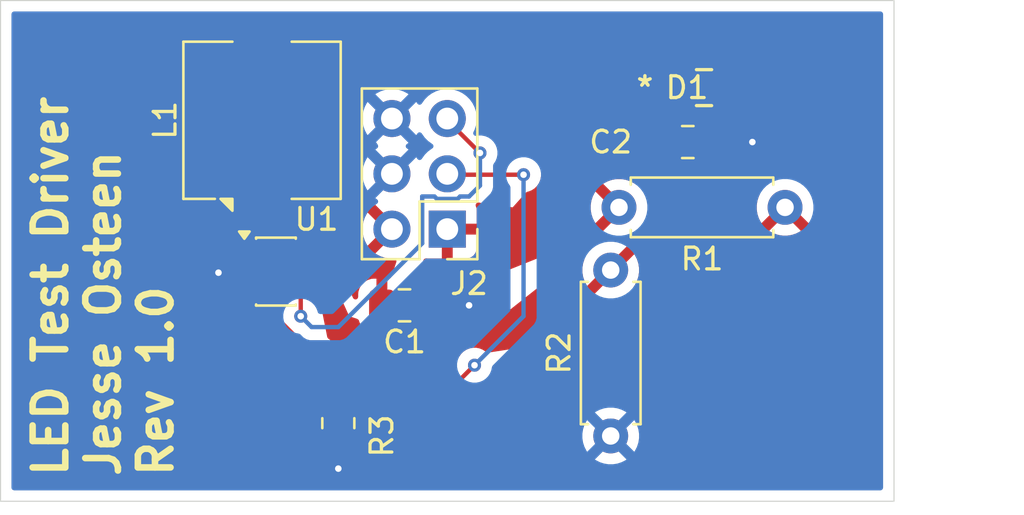
<source format=kicad_pcb>
(kicad_pcb (version 20241229) (generator "pcbnew") (generator_version "9.0")
  (layers (0 "F.Cu" signal) (2 "B.Cu" signal) (13 "F.Paste" user) (15 "B.Paste" user) (5 "F.SilkS" user "F.Silkscreen") (7 "B.SilkS" user "B.Silkscreen") (1 "F.Mask" user) (3 "B.Mask" user) (25 "Edge.Cuts" user))
  (net 0 "")
  (net 1 "GND")
  (net 2 "+5V")
  (net 3 "Net-(D1-A)")
  (net 4 "Net-(U1-OV)")
  (net 5 "LED_A")
  (net 6 "BL_PWM")
  (net 7 "LED_K")
  (footprint "Capacitor_SMD:C_0805_2012Metric_Pad1.18x1.45mm_HandSolder" (layer "F.Cu") (at 146.0375 88.5 180)
    (property "Reference" "C1" (at 0 -1.68 0) (layer "F.SilkS"))
    (property "Value" "10µF")
    (fp_line (start -0.261252 0.735) (end 0.261252 0.735) (stroke (width 0.12)) (layer "F.SilkS"))
    (fp_line (start -0.261252 -0.735) (end 0.261252 -0.735) (stroke (width 0.12)) (layer "F.SilkS"))
    (pad "1" smd roundrect (at -1.0375 0 180) (size 1.175 1.45) (layers "F.Cu" "F.Mask" "F.Paste") (roundrect_rratio 0.212766) (net 1 "GND"))
    (pad "2" smd roundrect (at 1.0375 0 180) (size 1.175 1.45) (layers "F.Cu" "F.Mask" "F.Paste") (roundrect_rratio 0.212766) (net 2 "+5V"))
  )
  (footprint "Package_TO_SOT_SMD:SOT-23-6" (layer "F.Cu") (at 140.1375 86.95)
    (property "Reference" "U1" (at 1.8625 -2.4 0) (layer "F.SilkS"))
    (property "Value" "AP3032")
    (fp_line (start -0.91 -1.56) (end 0.91 -1.56) (stroke (width 0.12)) (layer "F.SilkS"))
    (fp_line (start -0.91 -1.51) (end -0.91 -1.56) (stroke (width 0.12)) (layer "F.SilkS"))
    (fp_line (start -0.91 1.56) (end -0.91 1.51) (stroke (width 0.12)) (layer "F.SilkS"))
    (fp_line (start 0.91 -1.56) (end 0.91 -1.51) (stroke (width 0.12)) (layer "F.SilkS"))
    (fp_line (start 0.91 1.51) (end 0.91 1.56) (stroke (width 0.12)) (layer "F.SilkS"))
    (fp_line (start 0.91 1.56) (end -0.91 1.56) (stroke (width 0.12)) (layer "F.SilkS"))
    (fp_poly (pts (xy -1.45 -1.51) (xy -1.69 -1.84) (xy -1.21 -1.84)) (stroke (width 0.12)) (fill yes) (layer "F.SilkS"))
    (pad "1" smd roundrect (at -1.1375 -0.95) (size 1.325 0.6) (layers "F.Cu" "F.Mask" "F.Paste") (net 3 "Net-(D1-A)"))
    (pad "2" smd roundrect (at -1.1375 0) (size 1.325 0.6) (layers "F.Cu" "F.Mask" "F.Paste") (net 1 "GND"))
    (pad "3" smd roundrect (at -1.1375 0.95) (size 1.325 0.6) (layers "F.Cu" "F.Mask" "F.Paste") (net 7 "LED_K"))
    (pad "4" smd roundrect (at 1.1375 0.95) (size 1.325 0.6) (layers "F.Cu" "F.Mask" "F.Paste") (net 6 "BL_PWM"))
    (pad "5" smd roundrect (at 1.1375 0) (size 1.325 0.6) (layers "F.Cu" "F.Mask" "F.Paste") (net 4 "Net-(U1-OV)"))
    (pad "6" smd roundrect (at 1.1375 -0.95) (size 1.325 0.6) (layers "F.Cu" "F.Mask" "F.Paste") (net 2 "+5V"))
  )
  (footprint "FS_4_Global_Footprint_Library:US2H_TOS" (layer "F.Cu") (at 159 78.5)
    (property "Reference" "D1" (at 0 0 0) (layer "F.SilkS"))
    (property "Value" "40V 2A Reverse / 470mV @ 2A Forward")
    (fp_line (start 0.434697 0.8255) (end 1.1303 0.8255) (stroke (width 0.1524)) (layer "F.SilkS"))
    (fp_line (start 1.1303 -0.8255) (end 0.434697 -0.8255) (stroke (width 0.1524)) (layer "F.SilkS"))
    (fp_text user "*" (at -1.9304 0 0) (layer "F.SilkS"))
    (fp_text user "*" (at -1.9304 0 0) (layer "F.SilkS"))
    (pad "1" smd rect (at -0.6477 0) (size 1.8034 1.0922) (layers "F.Cu" "F.Mask" "F.Paste") (net 5 "LED_A"))
    (pad "2" smd rect (at 1.1938 0) (size 0.7112 0.8636) (layers "F.Cu" "F.Mask" "F.Paste") (net 3 "Net-(D1-A)"))
    (zone (net 0) (net_name "") (layer "F.Cu") (connect_pads (clearance 0)) (min_thickness 0.254)
      (keepout (tracks not_allowed) (vias not_allowed) (pads allowed) (copperpour not_allowed) (footprints allowed))
      (fill (thermal_gap 0.508) (thermal_bridge_width 0.508))
      (polygon (pts (xy 159.3048 77.8523) (xy 159.7874 77.8523) (xy 159.7874 79.1477) (xy 159.3048 79.1477)))
    )
  )
  (footprint "Inductor_SMD:L_TDK_SLF7045" (layer "F.Cu") (at 139.5 80 90)
    (property "Reference" "L1" (at 0 -4.45 90) (layer "F.SilkS"))
    (property "Value" "6.8 µH")
    (fp_line (start 3.61 -3.61) (end 3.61 -1.36) (stroke (width 0.12)) (layer "F.SilkS"))
    (fp_line (start -3.61 -3.61) (end 3.61 -3.61) (stroke (width 0.12)) (layer "F.SilkS"))
    (fp_line (start -3.61 -2.164) (end -3.61 -3.61) (stroke (width 0.12)) (layer "F.SilkS"))
    (fp_line (start 3.61 1.36) (end 3.61 3.61) (stroke (width 0.12)) (layer "F.SilkS"))
    (fp_line (start 3.61 3.61) (end -3.61 3.61) (stroke (width 0.12)) (layer "F.SilkS"))
    (fp_line (start -3.61 3.61) (end -3.61 1.36) (stroke (width 0.12)) (layer "F.SilkS"))
    (fp_poly (pts (xy -3.61 -1.36) (xy -4.154 -1.36) (xy -3.61 -1.904)) (stroke (width 0.12)) (fill yes) (layer "F.SilkS"))
    (pad "1" smd roundrect (at -3.15 0 90) (size 1.5 2.2) (layers "F.Cu" "F.Mask" "F.Paste") (roundrect_rratio 0.166667) (net 2 "+5V"))
    (pad "2" smd roundrect (at 3.15 0 90) (size 1.5 2.2) (layers "F.Cu" "F.Mask" "F.Paste") (roundrect_rratio 0.166667) (net 3 "Net-(D1-A)"))
  )
  (footprint "Resistor_SMD:R_0805_2012Metric" (layer "F.Cu") (at 143 93.9125 -90)
    (property "Reference" "R3" (at 0.5875 -2 90) (layer "F.SilkS"))
    (property "Value" "4.99 ± 1%")
    (fp_line (start -0.227064 0.735) (end 0.227064 0.735) (stroke (width 0.12)) (layer "F.SilkS"))
    (fp_line (start -0.227064 -0.735) (end 0.227064 -0.735) (stroke (width 0.12)) (layer "F.SilkS"))
    (pad "1" smd roundrect (at -0.9125 0 270) (size 1.025 1.4) (layers "F.Cu" "F.Mask" "F.Paste") (roundrect_rratio 0.243902) (net 7 "LED_K"))
    (pad "2" smd roundrect (at 0.9125 0 270) (size 1.025 1.4) (layers "F.Cu" "F.Mask" "F.Paste") (roundrect_rratio 0.243902) (net 1 "GND"))
  )
  (footprint "Capacitor_SMD:C_0805_2012Metric_Pad1.18x1.45mm_HandSolder" (layer "F.Cu") (at 159.0375 81 180)
    (property "Reference" "C2" (at 3.5375 0 0) (layer "F.SilkS"))
    (property "Value" "1µF")
    (fp_line (start -0.261252 0.735) (end 0.261252 0.735) (stroke (width 0.12)) (layer "F.SilkS"))
    (fp_line (start -0.261252 -0.735) (end 0.261252 -0.735) (stroke (width 0.12)) (layer "F.SilkS"))
    (pad "1" smd roundrect (at -1.0375 0 180) (size 1.175 1.45) (layers "F.Cu" "F.Mask" "F.Paste") (roundrect_rratio 0.212766) (net 1 "GND"))
    (pad "2" smd roundrect (at 1.0375 0 180) (size 1.175 1.45) (layers "F.Cu" "F.Mask" "F.Paste") (roundrect_rratio 0.212766) (net 5 "LED_A"))
  )
  (footprint "Resistor_THT:R_Axial_DIN0207_L6.3mm_D2.5mm_P7.62mm_Horizontal" (layer "F.Cu") (at 155.5 94.5 90)
    (property "Reference" "R2" (at 3.81 -2.37 90) (layer "F.SilkS"))
    (property "Value" "100K")
    (fp_line (start 7.08 -1.37) (end 7.08 -1.04) (stroke (width 0.12)) (layer "F.SilkS"))
    (fp_line (start 0.54 -1.37) (end 7.08 -1.37) (stroke (width 0.12)) (layer "F.SilkS"))
    (fp_line (start 0.54 -1.04) (end 0.54 -1.37) (stroke (width 0.12)) (layer "F.SilkS"))
    (fp_line (start 0.54 1.04) (end 0.54 1.37) (stroke (width 0.12)) (layer "F.SilkS"))
    (fp_line (start 7.08 1.37) (end 7.08 1.04) (stroke (width 0.12)) (layer "F.SilkS"))
    (fp_line (start 0.54 1.37) (end 7.08 1.37) (stroke (width 0.12)) (layer "F.SilkS"))
    (pad "1" thru_hole circle (at 0 0 90) (size 1.6 1.6) (drill 0.8) (layers "*.Cu" "*.Mask") (net 1 "GND"))
    (pad "2" thru_hole circle (at 7.62 0 90) (size 1.6 1.6) (drill 0.8) (layers "*.Cu" "*.Mask") (net 4 "Net-(U1-OV)"))
  )
  (footprint "Connector_PinHeader_2.54mm:PinHeader_2x03_P2.54mm_Vertical" (layer "F.Cu") (at 148 85 180)
    (property "Reference" "J2" (at -1 -2.5 180) (layer "F.SilkS"))
    (property "Value" "Conn_01x06_Pin")
    (fp_line (start 3.92 -1.38) (end 3.92 6.46) (stroke (width 0.12)) (layer "F.SilkS"))
    (fp_line (start 1.27 1.27) (end 1.27 -1.38) (stroke (width 0.12)) (layer "F.SilkS"))
    (fp_line (start 1.27 -1.38) (end 3.92 -1.38) (stroke (width 0.12)) (layer "F.SilkS"))
    (fp_line (start -1.38 6.46) (end 3.92 6.46) (stroke (width 0.12)) (layer "F.SilkS"))
    (fp_line (start -1.38 1.27) (end 1.27 1.27) (stroke (width 0.12)) (layer "F.SilkS"))
    (fp_line (start -1.38 1.27) (end -1.38 6.46) (stroke (width 0.12)) (layer "F.SilkS"))
    (fp_line (start -1.38 0) (end -1.38 -1.38) (stroke (width 0.12)) (layer "F.SilkS"))
    (fp_line (start -1.38 -1.38) (end 0 -1.38) (stroke (width 0.12)) (layer "F.SilkS"))
    (pad "1" thru_hole rect (at 0 0 180) (size 1.7 1.7) (drill 1) (layers "*.Cu" "*.Mask") (net 5 "LED_A"))
    (pad "2" thru_hole circle (at 2.54 0 180) (size 1.7 1.7) (drill 1) (layers "*.Cu" "*.Mask") (net 2 "+5V"))
    (pad "3" thru_hole circle (at 0 2.54 180) (size 1.7 1.7) (drill 1) (layers "*.Cu" "*.Mask") (net 7 "LED_K"))
    (pad "4" thru_hole circle (at 2.54 2.54 180) (size 1.7 1.7) (drill 1) (layers "*.Cu" "*.Mask") (net 1 "GND"))
    (pad "5" thru_hole circle (at 0 5.08 180) (size 1.7 1.7) (drill 1) (layers "*.Cu" "*.Mask") (net 6 "BL_PWM"))
    (pad "6" thru_hole circle (at 2.54 5.08 180) (size 1.7 1.7) (drill 1) (layers "*.Cu" "*.Mask") (net 1 "GND"))
  )
  (footprint "Resistor_THT:R_Axial_DIN0207_L6.3mm_D2.5mm_P7.62mm_Horizontal" (layer "F.Cu") (at 163.5 84 180)
    (property "Reference" "R1" (at 3.81 -2.37 0) (layer "F.SilkS"))
    (property "Value" "33K")
    (fp_line (start 7.08 1.37) (end 7.08 1.04) (stroke (width 0.12)) (layer "F.SilkS"))
    (fp_line (start 7.08 -1.37) (end 7.08 -1.04) (stroke (width 0.12)) (layer "F.SilkS"))
    (fp_line (start 0.54 1.37) (end 7.08 1.37) (stroke (width 0.12)) (layer "F.SilkS"))
    (fp_line (start 0.54 1.04) (end 0.54 1.37) (stroke (width 0.12)) (layer "F.SilkS"))
    (fp_line (start 0.54 -1.04) (end 0.54 -1.37) (stroke (width 0.12)) (layer "F.SilkS"))
    (fp_line (start 0.54 -1.37) (end 7.08 -1.37) (stroke (width 0.12)) (layer "F.SilkS"))
    (pad "1" thru_hole circle (at 0 0 180) (size 1.6 1.6) (drill 0.8) (layers "*.Cu" "*.Mask") (net 4 "Net-(U1-OV)"))
    (pad "2" thru_hole circle (at 7.62 0 180) (size 1.6 1.6) (drill 0.8) (layers "*.Cu" "*.Mask") (net 5 "LED_A"))
  )
  (gr_rect (start 127.5 74.5) (end 168.5 97.5) (stroke (width 0.05)) (fill no) (layer "Edge.Cuts"))
  (gr_text "LED Test Driver\nJesse Osteen\nRev 1.0" (at 135.5 96.5 90) (layer "F.SilkS") (effects (font (size 1.5 1.5) (thickness 0.3) (bold yes)) (justify left bottom)))
  (segment (start 139 86.95) (end 137.55 86.95) (width 0.2) (layer "F.Cu") (net 1))
  (segment (start 143 94.825) (end 143 96) (width 0.2) (layer "F.Cu") (net 1))
  (segment (start 147.075 88.5) (end 149 88.5) (width 0.2) (layer "F.Cu") (net 1))
  (segment (start 160.075 81) (end 162 81) (width 0.2) (layer "F.Cu") (net 1))
  (segment (start 137.55 86.95) (end 137.5 87) (width 0.2) (layer "F.Cu") (net 1))
  (via (at 162 81) (size 0.6) (drill 0.3) (layers "F.Cu" "B.Cu") (net 1))
  (via (at 143 96) (size 0.6) (drill 0.3) (layers "F.Cu" "B.Cu") (net 1))
  (via (at 149 88.5) (size 0.6) (drill 0.3) (layers "F.Cu" "B.Cu") (net 1))
  (via (at 137.5 87) (size 0.6) (drill 0.3) (layers "F.Cu" "B.Cu") (net 1))
  (segment (start 141.15 83.15) (end 141.5 83.5) (width 0.2) (layer "F.Cu") (net 2))
  (segment (start 139.5 83.15) (end 141.15 83.15) (width 0.2) (layer "F.Cu") (net 2))
  (segment (start 145 88.5) (end 145 87) (width 0.2) (layer "F.Cu") (net 2))
  (segment (start 160.1938 78.5) (end 161 78.5) (width 0.2) (layer "F.Cu") (net 3))
  (segment (start 138 86) (end 139 86) (width 0.2) (layer "F.Cu") (net 3))
  (segment (start 141.275 86.95) (end 141.937499 86.95) (width 0.2) (layer "F.Cu") (net 4))
  (segment (start 142.5 87.512501) (end 142.5 89) (width 0.2) (layer "F.Cu") (net 4))
  (segment (start 141.937499 86.95) (end 142.5 87.512501) (width 0.2) (layer "F.Cu") (net 4))
  (segment (start 154.5 87.88) (end 154.5 88) (width 0.2) (layer "F.Cu") (net 4))
  (segment (start 141.275 86.95) (end 141.95 86.95) (width 0.2) (layer "F.Cu") (net 4))
  (segment (start 156.38 86) (end 156.5 86) (width 0.2) (layer "F.Cu") (net 4))
  (segment (start 156.38 86) (end 155.5 86.88) (width 0.2) (layer "F.Cu") (net 4))
  (segment (start 154.5 87.88) (end 155.5 86.88) (width 0.2) (layer "F.Cu") (net 4))
  (segment (start 158 81) (end 157 81) (width 0.2) (layer "F.Cu") (net 5))
  (segment (start 158.3523 78.5) (end 157 78.5) (width 0.2) (layer "F.Cu") (net 5))
  (segment (start 141.275 89) (end 141.275 87.9) (width 0.2) (layer "F.Cu") (net 6))
  (segment (start 149.5 81.5) (end 148 80) (width 0.2) (layer "F.Cu") (net 6))
  (via (at 141.275 89) (size 0.6) (drill 0.3) (layers "F.Cu" "B.Cu") (net 6))
  (via (at 149.5 81.5) (size 0.6) (drill 0.3) (layers "F.Cu" "B.Cu") (net 6))
  (segment (start 149.5 83) (end 149.5 81.5) (width 0.2) (layer "B.Cu") (net 6))
  (segment (start 147.52324 83.611) (end 148.47676 83.611) (width 0.2) (layer "B.Cu") (net 6))
  (segment (start 149 83.5) (end 149.5 83) (width 0.2) (layer "B.Cu") (net 6))
  (segment (start 147.41224 83.5) (end 147.52324 83.611) (width 0.2) (layer "B.Cu") (net 6))
  (segment (start 143 89.5) (end 146.849 85.651) (width 0.2) (layer "B.Cu") (net 6))
  (segment (start 141.775 89.5) (end 143 89.5) (width 0.2) (layer "B.Cu") (net 6))
  (segment (start 148.47676 83.611) (end 148.58776 83.5) (width 0.2) (layer "B.Cu") (net 6))
  (segment (start 146.849 85.651) (end 146.849 83.5) (width 0.2) (layer "B.Cu") (net 6))
  (segment (start 141.275 89) (end 141.775 89.5) (width 0.2) (layer "B.Cu") (net 6))
  (segment (start 148.58776 83.5) (end 149 83.5) (width 0.2) (layer "B.Cu") (net 6))
  (segment (start 146.849 83.5) (end 147.41224 83.5) (width 0.2) (layer "B.Cu") (net 6))
  (segment (start 149.349 81.349) (end 149.5 81.5) (width 0.2) (layer "B.Cu") (net 6))
  (segment (start 147.5 93) (end 143 93) (width 0.2) (layer "F.Cu") (net 7))
  (segment (start 149.25 91.25) (end 147.5 93) (width 0.2) (layer "F.Cu") (net 7))
  (segment (start 143 91.9) (end 139 87.9) (width 0.2) (layer "F.Cu") (net 7))
  (segment (start 143 93) (end 143 91.9) (width 0.2) (layer "F.Cu") (net 7))
  (segment (start 151.5 82.5) (end 148 82.5) (width 0.2) (layer "F.Cu") (net 7))
  (via (at 151.5 82.5) (size 0.6) (drill 0.3) (layers "F.Cu" "B.Cu") (net 7))
  (via (at 149.25 91.25) (size 0.6) (drill 0.3) (layers "F.Cu" "B.Cu") (net 7))
  (segment (start 151.5 89) (end 151.5 82.5) (width 0.2) (layer "B.Cu") (net 7))
  (segment (start 149.25 91.25) (end 151.5 89) (width 0.2) (layer "B.Cu") (net 7))
  (zone (net 2) (net_name "+5V") (layer "F.Cu") (priority 3) (connect_pads (clearance 0.5)) (min_thickness 0.25) (fill yes (thermal_gap 0.5) (thermal_bridge_width 0.5))
    (polygon (pts (xy 138.991436 82.592144) (xy 138.5 83) (xy 140 84) (xy 141 86) (xy 142 86.5) (xy 142.598058 86.99029) (xy 143.5 88.5) (xy 145 88.5) (xy 146.5 84)))
  )
  (zone (net 4) (net_name "Net-(U1-OV)") (layer "F.Cu") (priority 6) (connect_pads (clearance 0.5)) (min_thickness 0.25) (fill yes (thermal_gap 0.5) (thermal_bridge_width 0.5))
    (polygon (pts (xy 141 87) (xy 142.598058 87) (xy 143.5 89) (xy 146.5 90) (xy 150.5 89) (xy 153.927304 86.288506) (xy 154.777423 86.328762) (xy 155.694356 87.207191) (xy 155.637051 87.71777) (xy 151 90.5) (xy 144.5 91.5) (xy 142.5 90) (xy 142 87.5) (xy 140.5 87.5)))
  )
  (zone (net 4) (net_name "Net-(U1-OV)") (layer "F.Cu") (priority 5) (connect_pads (clearance 0.5)) (min_thickness 0.25) (fill yes (thermal_gap 0.5) (thermal_bridge_width 0.5))
    (polygon (pts (xy 162.5 83) (xy 164.5 83) (xy 165 85.5) (xy 156 88) (xy 154.5 88) (xy 154 87.5) (xy 154 86.375) (xy 154.369898 85.93835) (xy 160 85)))
  )
  (zone (net 5) (net_name "LED_A") (layer "F.Cu") (priority 1) (connect_pads (clearance 0.5)) (min_thickness 0.25) (fill yes (thermal_gap 0.5) (thermal_bridge_width 0.5))
    (polygon (pts (xy 147 87) (xy 148.5 87) (xy 150.5 87) (xy 155.5 85) (xy 159.36465 78.557084) (xy 158.96555 77.8523) (xy 156.5 77.8523) (xy 151 84) (xy 147.5 83.5) (xy 146.5 84.5)))
  )
  (zone (net 3) (net_name "Net-(D1-A)") (layer "F.Cu") (priority 2) (connect_pads (clearance 0.5)) (min_thickness 0.25) (fill yes (thermal_gap 0.5) (thermal_bridge_width 0.5))
    (polygon (pts (xy 159.7874 79.1477) (xy 162 78.5) (xy 161.625 76.25) (xy 160.739655 75.5) (xy 138.088075 75.5) (xy 137.5 76.088075) (xy 138 77.8523) (xy 142.5 77.8523) (xy 158.836284 76.552797) (xy 159.57185 77.161925)))
  )
  (zone (net 3) (net_name "Net-(D1-A)") (layer "F.Cu") (priority 4) (connect_pads (clearance 0.5)) (min_thickness 0.25) (fill yes (thermal_gap 0.5) (thermal_bridge_width 0.5))
    (polygon (pts (xy 139 86.5) (xy 137 86) (xy 137 76.213075) (xy 137.125 76.088075) (xy 138 76.088075) (xy 138.5 79.5) (xy 138 85) (xy 140 85.5) (xy 140 86.25) (xy 139.75 86.5)))
  )
  (zone (net 1) (net_name "GND") (layer "B.Cu") (connect_pads (clearance 0.5)) (min_thickness 0.25) (fill yes (thermal_gap 0.5) (thermal_bridge_width 0.5))
    (polygon (pts (xy 127.5 74.5) (xy 127.5 97.5) (xy 168.5 97.5) (xy 168.5 74.5)))
  )
)
</source>
